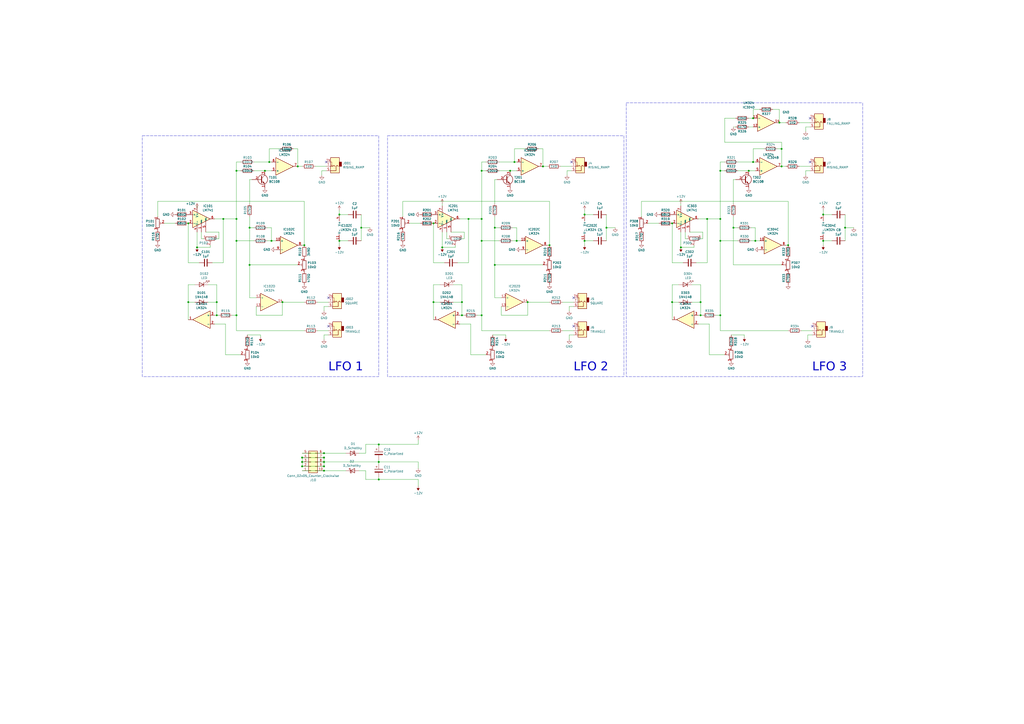
<source format=kicad_sch>
(kicad_sch (version 20231120) (generator "eeschema") (generator_version "8.0")
  (paper "A2")
  (lib_symbols
    (symbol "Amplifier_Operational:LM324" (pin_names (offset 0.127))
      (property "Reference" "U" (at 0 5.08 0))
      (property "Value" "LM324" (at 0 -5.08 0))
      (symbol "LM324_1_1"
        (pin output line (at 7.62 0 180) (length 2.54) (name "~") (number "1"))
        (pin input line (at -7.62 -2.54 0) (length 2.54) (name "-") (number "2"))
        (pin input line (at -7.62 2.54 0) (length 2.54) (name "+") (number "3"))
      )
      (symbol "LM324_2_1"
        (pin input line (at -7.62 2.54 0) (length 2.54) (name "+") (number "5"))
        (pin input line (at -7.62 -2.54 0) (length 2.54) (name "-") (number "6"))
        (pin output line (at 7.62 0 180) (length 2.54) (name "~") (number "7"))
      )
      (symbol "LM324_3_1"
        (pin input line (at -7.62 2.54 0) (length 2.54) (name "+") (number "10"))
        (pin output line (at 7.62 0 180) (length 2.54) (name "~") (number "8"))
        (pin input line (at -7.62 -2.54 0) (length 2.54) (name "-") (number "9"))
      )
      (symbol "LM324_4_1"
        (pin input line (at -7.62 2.54 0) (length 2.54) (name "+") (number "12"))
        (pin input line (at -7.62 -2.54 0) (length 2.54) (name "-") (number "13"))
        (pin output line (at 7.62 0 180) (length 2.54) (name "~") (number "14"))
      )
      (symbol "LM324_5_1"
        (pin power_in line (at -2.54 -7.62 90) (length 3.81) (name "V-") (number "11"))
        (pin power_in line (at -2.54 7.62 270) (length 3.81) (name "V+") (number "4"))
      )
    )
    (symbol "Amplifier_Operational:LM741" (pin_names (offset 0.127))
      (property "Reference" "U" (at 0 6.35 0))
      (property "Value" "LM741" (at 0 3.81 0))
      (symbol "LM741_1_1"
        (pin input line (at 0 -7.62 90) (length 5.08) (name "NULL") (number "1"))
        (pin input line (at -7.62 -2.54 0) (length 2.54) (name "-") (number "2"))
        (pin input line (at -7.62 2.54 0) (length 2.54) (name "+") (number "3"))
        (pin power_in line (at -2.54 -7.62 90) (length 3.81) (name "V-") (number "4"))
        (pin input line (at 2.54 -7.62 90) (length 6.35) (name "NULL") (number "5"))
        (pin output line (at 7.62 0 180) (length 2.54) (name "~") (number "6"))
        (pin power_in line (at -2.54 7.62 270) (length 3.81) (name "V+") (number "7"))
        (pin no_connect line (at 0 2.54 270) (length 2.54) hide (name "NC") (number "8"))
      )
    )
    (symbol "Connector_Audio:AudioJack2_SwitchT"
      (property "Reference" "J" (at 0 8.89 0))
      (property "Value" "AudioJack2_SwitchT" (at 0 6.35 0))
      (symbol "AudioJack2_SwitchT_1_1"
        (pin passive line (at 5.08 2.54 180) (length 2.54) (name "~") (number "S"))
        (pin passive line (at 5.08 0 180) (length 2.54) (name "~") (number "T"))
        (pin passive line (at 5.08 -2.54 180) (length 2.54) (name "~") (number "TN"))
      )
    )
    (symbol "Connector_Generic:Conn_02x05_Counter_Clockwise" (pin_names (offset 1.016) hide)
      (property "Reference" "J" (at 1.27 7.62 0))
      (property "Value" "Conn_02x05_Counter_Clockwise" (at 1.27 -7.62 0))
      (symbol "Conn_02x05_Counter_Clockwise_1_1"
        (pin passive line (at -5.08 5.08 0) (length 3.81) (name "Pin_1") (number "1"))
        (pin passive line (at 7.62 5.08 180) (length 3.81) (name "Pin_10") (number "10"))
        (pin passive line (at -5.08 2.54 0) (length 3.81) (name "Pin_2") (number "2"))
        (pin passive line (at -5.08 0 0) (length 3.81) (name "Pin_3") (number "3"))
        (pin passive line (at -5.08 -2.54 0) (length 3.81) (name "Pin_4") (number "4"))
        (pin passive line (at -5.08 -5.08 0) (length 3.81) (name "Pin_5") (number "5"))
        (pin passive line (at 7.62 -5.08 180) (length 3.81) (name "Pin_6") (number "6"))
        (pin passive line (at 7.62 -2.54 180) (length 3.81) (name "Pin_7") (number "7"))
        (pin passive line (at 7.62 0 180) (length 3.81) (name "Pin_8") (number "8"))
        (pin passive line (at 7.62 2.54 180) (length 3.81) (name "Pin_9") (number "9"))
      )
    )
    (symbol "Device:C" (pin_numbers hide) (pin_names (offset 0.254))
      (property "Reference" "C" (at 0.635 2.54 0))
      (property "Value" "C" (at 0.635 -2.54 0))
      (symbol "C_1_1"
        (pin passive line (at 0 3.81 270) (length 2.794) (name "~") (number "1"))
        (pin passive line (at 0 -3.81 90) (length 2.794) (name "~") (number "2"))
      )
    )
    (symbol "Device:C_Polarized" (pin_numbers hide) (pin_names (offset 0.254))
      (property "Reference" "C" (at 0.635 2.54 0))
      (property "Value" "C_Polarized" (at 0.635 -2.54 0))
      (symbol "C_Polarized_1_1"
        (pin passive line (at 0 3.81 270) (length 2.794) (name "~") (number "1"))
        (pin passive line (at 0 -3.81 90) (length 2.794) (name "~") (number "2"))
      )
    )
    (symbol "Device:D" (pin_numbers hide) (pin_names (offset 1.016) hide)
      (property "Reference" "D" (at 0 2.54 0))
      (property "Value" "D" (at 0 -2.54 0))
      (symbol "D_1_1"
        (pin passive line (at -3.81 0 0) (length 2.54) (name "K") (number "1"))
        (pin passive line (at 3.81 0 180) (length 2.54) (name "A") (number "2"))
      )
    )
    (symbol "Device:D_Schottky" (pin_numbers hide) (pin_names (offset 1.016) hide)
      (property "Reference" "D" (at 0 2.54 0))
      (property "Value" "D_Schottky" (at 0 -2.54 0))
      (symbol "D_Schottky_1_1"
        (pin passive line (at -3.81 0 0) (length 2.54) (name "K") (number "1"))
        (pin passive line (at 3.81 0 180) (length 2.54) (name "A") (number "2"))
      )
    )
    (symbol "Device:LED" (pin_numbers hide) (pin_names (offset 1.016) hide)
      (property "Reference" "D" (at 0 2.54 0))
      (property "Value" "LED" (at 0 -2.54 0))
      (symbol "LED_1_1"
        (pin passive line (at -3.81 0 0) (length 2.54) (name "K") (number "1"))
        (pin passive line (at 3.81 0 180) (length 2.54) (name "A") (number "2"))
      )
    )
    (symbol "Device:R" (pin_numbers hide) (pin_names (offset 0))
      (property "Reference" "R" (at 2.032 0 90))
      (property "Value" "R" (at 0 0 90))
      (symbol "R_1_1"
        (pin passive line (at 0 3.81 270) (length 1.27) (name "~") (number "1"))
        (pin passive line (at 0 -3.81 90) (length 1.27) (name "~") (number "2"))
      )
    )
    (symbol "Device:R_Potentiometer_Trim" (pin_names (offset 1.016) hide)
      (property "Reference" "RV" (at -4.445 0 90))
      (property "Value" "R_Potentiometer_Trim" (at -2.54 0 90))
      (symbol "R_Potentiometer_Trim_1_1"
        (pin passive line (at 0 3.81 270) (length 1.27) (name "1") (number "1"))
        (pin passive line (at 3.81 0 180) (length 1.27) (name "2") (number "2"))
        (pin passive line (at 0 -3.81 90) (length 1.27) (name "3") (number "3"))
      )
    )
    (symbol "Transistor_BJT:BC108" (pin_names (offset 0) hide)
      (property "Reference" "Q" (at 5.08 1.905 0))
      (property "Value" "BC108" (at 5.08 0 0))
      (symbol "BC108_1_1"
        (pin passive line (at 2.54 -5.08 90) (length 2.54) (name "E") (number "1"))
        (pin input line (at -5.08 0 0) (length 5.715) (name "B") (number "2"))
        (pin passive line (at 2.54 5.08 270) (length 2.54) (name "C") (number "3"))
      )
    )
    (symbol "power:+12V" (power) (pin_names (offset 0))
      (property "Value" "+12V" (at 0 3.556 0))
      (symbol "+12V_1_1"
        (pin power_in line (at 0 0 90) (length 0) hide (name "+12V") (number "1"))
      )
    )
    (symbol "power:-12V" (power) (pin_names (offset 0))
      (property "Value" "-12V" (at 0 3.81 0))
      (symbol "-12V_0_0"
        (pin power_in line (at 0 0 90) (length 0) hide (name "-12V") (number "1"))
      )
    )
    (symbol "power:GND" (power) (pin_names (offset 0))
      (property "Value" "GND" (at 0 -3.81 0))
      (symbol "GND_1_1"
        (pin power_in line (at 0 0 270) (length 0) hide (name "GND") (number "1"))
      )
    )
  )
  (junction (at 187.96 270.51))
  (junction (at 339.09 139.7))
  (junction (at 256.54 143.51))
  (junction (at 436.88 68.58))
  (junction (at 187.96 267.97))
  (junction (at 144.78 153.67))
  (junction (at 175.26 267.97))
  (junction (at 271.78 127))
  (junction (at 163.83 175.26))
  (junction (at 156.21 93.98))
  (junction (at 295.91 99.06))
  (junction (at 434.34 99.06))
  (junction (at 187.96 262.89))
  (junction (at 125.73 175.26))
  (junction (at 196.85 139.7))
  (junction (at 109.22 129.54))
  (junction (at 137.16 99.06))
  (junction (at 306.07 175.26))
  (junction (at 457.2 142.24))
  (junction (at 314.96 96.52))
  (junction (at 298.45 93.98))
  (junction (at 425.45 132.08))
  (junction (at 279.4 127))
  (junction (at 129.54 127))
  (junction (at 209.55 132.08))
  (junction (at 153.67 99.06))
  (junction (at 251.46 175.26))
  (junction (at 267.97 182.88))
  (junction (at 452.12 71.12))
  (junction (at 351.79 132.08))
  (junction (at 144.78 132.08))
  (junction (at 137.16 139.7))
  (junction (at 187.96 273.05))
  (junction (at 410.21 127))
  (junction (at 109.22 175.26))
  (junction (at 172.72 96.52))
  (junction (at 453.39 86.36))
  (junction (at 287.02 132.08))
  (junction (at 406.4 182.88))
  (junction (at 417.83 139.7))
  (junction (at 267.97 175.26))
  (junction (at 318.77 142.24))
  (junction (at 417.83 182.88))
  (junction (at 187.96 265.43))
  (junction (at 299.72 139.7))
  (junction (at 436.88 93.98))
  (junction (at 279.4 182.88))
  (junction (at 287.02 153.67))
  (junction (at 438.15 139.7))
  (junction (at 406.4 175.26))
  (junction (at 176.53 142.24))
  (junction (at 219.71 267.97))
  (junction (at 453.39 96.52))
  (junction (at 279.4 99.06))
  (junction (at 490.22 132.08))
  (junction (at 279.4 139.7))
  (junction (at 219.71 278.13))
  (junction (at 339.09 124.46))
  (junction (at 125.73 182.88))
  (junction (at 157.48 139.7))
  (junction (at 417.83 127))
  (junction (at 417.83 99.06))
  (junction (at 175.26 270.51))
  (junction (at 137.16 182.88))
  (junction (at 477.52 139.7))
  (junction (at 114.3 143.51))
  (junction (at 137.16 127))
  (junction (at 389.89 129.54))
  (junction (at 394.97 143.51))
  (junction (at 219.71 257.81))
  (junction (at 175.26 265.43))
  (junction (at 251.46 129.54))
  (junction (at 477.52 124.46))
  (junction (at 196.85 124.46))
  (junction (at 389.89 175.26))
  (no_connect (at 331.47 93.98))
  (no_connect (at 469.9 68.58))
  (no_connect (at 190.5 172.72))
  (no_connect (at 469.9 93.98))
  (no_connect (at 190.5 189.23))
  (no_connect (at 332.74 189.23))
  (no_connect (at 189.23 93.98))
  (no_connect (at 471.17 189.23))
  (no_connect (at 332.74 172.72))
  (wire (pts (xy 175.26 142.24) (xy 176.53 142.24)))
  (wire (pts (xy 114.3 120.65) (xy 114.3 119.38)))
  (wire (pts (xy 287.02 153.67) (xy 287.02 172.72)))
  (wire (pts (xy 477.52 124.46) (xy 482.6 124.46)))
  (wire (pts (xy 389.89 165.1) (xy 389.89 175.26)))
  (wire (pts (xy 420.37 68.58) (xy 426.72 68.58)))
  (wire (pts (xy 273.05 205.74) (xy 273.05 187.96)))
  (wire (pts (xy 116.84 138.43) (xy 116.84 134.62)))
  (wire (pts (xy 209.55 132.08) (xy 209.55 139.7)))
  (wire (pts (xy 434.34 73.66) (xy 436.88 73.66)))
  (wire (pts (xy 389.89 129.54) (xy 389.89 152.4)))
  (wire (pts (xy 407.67 138.43) (xy 407.67 134.62)))
  (wire (pts (xy 331.47 99.06) (xy 328.93 99.06)))
  (wire (pts (xy 434.34 68.58) (xy 436.88 68.58)))
  (wire (pts (xy 436.88 63.5) (xy 440.69 63.5)))
  (wire (pts (xy 397.51 138.43) (xy 397.51 134.62)))
  (wire (pts (xy 279.4 99.06) (xy 281.94 99.06)))
  (wire (pts (xy 187.96 270.51) (xy 187.96 267.97)))
  (wire (pts (xy 417.83 99.06) (xy 417.83 127)))
  (wire (pts (xy 469.9 73.66) (xy 467.36 73.66)))
  (wire (pts (xy 139.7 93.98) (xy 137.16 93.98)))
  (wire (pts (xy 120.65 175.26) (xy 125.73 175.26)))
  (wire (pts (xy 438.15 132.08) (xy 438.15 139.7)))
  (wire (pts (xy 262.89 165.1) (xy 267.97 165.1)))
  (wire (pts (xy 452.12 63.5) (xy 452.12 71.12)))
  (wire (pts (xy 137.16 191.77) (xy 176.53 191.77)))
  (wire (pts (xy 251.46 129.54) (xy 251.46 152.4)))
  (wire (pts (xy 172.72 86.36) (xy 172.72 96.52)))
  (wire (pts (xy 332.74 177.8) (xy 330.2 177.8)))
  (wire (pts (xy 326.39 175.26) (xy 332.74 175.26)))
  (wire (pts (xy 425.45 73.66) (xy 426.72 73.66)))
  (wire (pts (xy 156.21 93.98) (xy 157.48 93.98)))
  (wire (pts (xy 144.78 104.14) (xy 146.05 104.14)))
  (wire (pts (xy 262.89 175.26) (xy 267.97 175.26)))
  (wire (pts (xy 394.97 134.62) (xy 394.97 143.51)))
  (wire (pts (xy 372.11 125.73) (xy 372.11 116.84)))
  (wire (pts (xy 295.91 99.06) (xy 299.72 99.06)))
  (wire (pts (xy 410.21 127) (xy 417.83 127)))
  (wire (pts (xy 436.88 68.58) (xy 436.88 63.5)))
  (wire (pts (xy 184.15 191.77) (xy 190.5 191.77)))
  (wire (pts (xy 306.07 175.26) (xy 318.77 175.26)))
  (wire (pts (xy 417.83 99.06) (xy 420.37 99.06)))
  (wire (pts (xy 356.87 132.08) (xy 351.79 132.08)))
  (wire (pts (xy 401.32 165.1) (xy 406.4 165.1)))
  (wire (pts (xy 477.52 142.24) (xy 477.52 139.7)))
  (wire (pts (xy 109.22 165.1) (xy 109.22 175.26)))
  (wire (pts (xy 251.46 152.4) (xy 257.81 152.4)))
  (wire (pts (xy 129.54 152.4) (xy 129.54 127)))
  (wire (pts (xy 410.21 127) (xy 405.13 127)))
  (wire (pts (xy 182.88 96.52) (xy 189.23 96.52)))
  (wire (pts (xy 402.59 143.51) (xy 394.97 143.51)))
  (wire (pts (xy 143.51 194.31) (xy 151.13 194.31)))
  (wire (pts (xy 287.02 125.73) (xy 287.02 132.08)))
  (wire (pts (xy 477.52 121.92) (xy 477.52 124.46)))
  (wire (pts (xy 212.09 273.05) (xy 212.09 278.13)))
  (wire (pts (xy 157.48 132.08) (xy 157.48 139.7)))
  (wire (pts (xy 187.96 177.8) (xy 187.96 180.34)))
  (wire (pts (xy 125.73 182.88) (xy 127 182.88)))
  (wire (pts (xy 417.83 139.7) (xy 427.99 139.7)))
  (wire (pts (xy 281.94 205.74) (xy 273.05 205.74)))
  (wire (pts (xy 237.49 129.54) (xy 243.84 129.54)))
  (wire (pts (xy 271.78 127) (xy 266.7 127)))
  (wire (pts (xy 463.55 71.12) (xy 469.9 71.12)))
  (wire (pts (xy 212.09 278.13) (xy 219.71 278.13)))
  (wire (pts (xy 328.93 99.06) (xy 328.93 101.6)))
  (wire (pts (xy 389.89 175.26) (xy 389.89 185.42)))
  (wire (pts (xy 314.96 96.52) (xy 317.5 96.52)))
  (wire (pts (xy 339.09 142.24) (xy 339.09 139.7)))
  (wire (pts (xy 148.59 177.8) (xy 148.59 182.88)))
  (wire (pts (xy 435.61 139.7) (xy 438.15 139.7)))
  (wire (pts (xy 431.8 194.31) (xy 431.8 195.58)))
  (wire (pts (xy 147.32 93.98) (xy 156.21 93.98)))
  (wire (pts (xy 401.32 175.26) (xy 406.4 175.26)))
  (wire (pts (xy 109.22 129.54) (xy 109.22 152.4)))
  (wire (pts (xy 425.45 153.67) (xy 453.39 153.67)))
  (wire (pts (xy 427.99 99.06) (xy 434.34 99.06)))
  (wire (pts (xy 406.4 182.88) (xy 405.13 182.88)))
  (wire (pts (xy 256.54 118.11) (xy 256.54 119.38)))
  (wire (pts (xy 424.18 194.31) (xy 431.8 194.31)))
  (wire (pts (xy 265.43 152.4) (xy 271.78 152.4)))
  (wire (pts (xy 125.73 175.26) (xy 125.73 182.88)))
  (wire (pts (xy 170.18 86.36) (xy 172.72 86.36)))
  (wire (pts (xy 219.71 267.97) (xy 242.57 267.97)))
  (wire (pts (xy 394.97 118.11) (xy 394.97 119.38)))
  (wire (pts (xy 436.88 93.98) (xy 438.15 93.98)))
  (wire (pts (xy 175.26 267.97) (xy 187.96 267.97)))
  (wire (pts (xy 125.73 182.88) (xy 124.46 182.88)))
  (wire (pts (xy 267.97 138.43) (xy 269.24 138.43)))
  (wire (pts (xy 495.3 132.08) (xy 490.22 132.08)))
  (wire (pts (xy 127 138.43) (xy 127 134.62)))
  (wire (pts (xy 125.73 138.43) (xy 127 138.43)))
  (wire (pts (xy 264.16 142.24) (xy 264.16 143.51)))
  (wire (pts (xy 477.52 139.7) (xy 482.6 139.7)))
  (wire (pts (xy 453.39 82.55) (xy 453.39 86.36)))
  (wire (pts (xy 398.78 138.43) (xy 397.51 138.43)))
  (wire (pts (xy 306.07 182.88) (xy 306.07 175.26)))
  (wire (pts (xy 144.78 125.73) (xy 144.78 132.08)))
  (wire (pts (xy 326.39 191.77) (xy 332.74 191.77)))
  (wire (pts (xy 242.57 278.13) (xy 242.57 281.94)))
  (wire (pts (xy 163.83 182.88) (xy 163.83 175.26)))
  (wire (pts (xy 130.81 187.96) (xy 124.46 187.96)))
  (wire (pts (xy 176.53 116.84) (xy 176.53 142.24)))
  (wire (pts (xy 425.45 132.08) (xy 427.99 132.08)))
  (wire (pts (xy 467.36 73.66) (xy 467.36 76.2)))
  (wire (pts (xy 279.4 191.77) (xy 318.77 191.77)))
  (wire (pts (xy 287.02 172.72) (xy 290.83 172.72)))
  (wire (pts (xy 434.34 99.06) (xy 438.15 99.06)))
  (wire (pts (xy 251.46 165.1) (xy 251.46 175.26)))
  (wire (pts (xy 425.45 104.14) (xy 425.45 118.11)))
  (wire (pts (xy 393.7 175.26) (xy 389.89 175.26)))
  (wire (pts (xy 212.09 262.89) (xy 212.09 257.81)))
  (wire (pts (xy 436.88 86.36) (xy 436.88 93.98)))
  (wire (pts (xy 184.15 175.26) (xy 190.5 175.26)))
  (wire (pts (xy 139.7 205.74) (xy 130.81 205.74)))
  (wire (pts (xy 389.89 152.4) (xy 396.24 152.4)))
  (wire (pts (xy 267.97 165.1) (xy 267.97 175.26)))
  (wire (pts (xy 153.67 99.06) (xy 157.48 99.06)))
  (wire (pts (xy 267.97 182.88) (xy 269.24 182.88)))
  (wire (pts (xy 375.92 129.54) (xy 382.27 129.54)))
  (wire (pts (xy 420.37 205.74) (xy 411.48 205.74)))
  (wire (pts (xy 420.37 93.98) (xy 417.83 93.98)))
  (wire (pts (xy 127 134.62) (xy 119.38 134.62)))
  (wire (pts (xy 297.18 139.7) (xy 299.72 139.7)))
  (wire (pts (xy 435.61 132.08) (xy 438.15 132.08)))
  (wire (pts (xy 219.71 269.24) (xy 219.71 267.97)))
  (wire (pts (xy 251.46 175.26) (xy 251.46 185.42)))
  (wire (pts (xy 144.78 153.67) (xy 144.78 172.72)))
  (wire (pts (xy 109.22 152.4) (xy 115.57 152.4)))
  (wire (pts (xy 175.26 265.43) (xy 187.96 265.43)))
  (wire (pts (xy 293.37 194.31) (xy 293.37 195.58)))
  (wire (pts (xy 130.81 205.74) (xy 130.81 187.96)))
  (wire (pts (xy 332.74 194.31) (xy 330.2 194.31)))
  (wire (pts (xy 123.19 152.4) (xy 129.54 152.4)))
  (wire (pts (xy 411.48 187.96) (xy 405.13 187.96)))
  (wire (pts (xy 144.78 153.67) (xy 172.72 153.67)))
  (wire (pts (xy 129.54 127) (xy 124.46 127)))
  (wire (pts (xy 233.68 125.73) (xy 233.68 116.84)))
  (wire (pts (xy 290.83 177.8) (xy 290.83 182.88)))
  (wire (pts (xy 121.92 143.51) (xy 114.3 143.51)))
  (wire (pts (xy 351.79 132.08) (xy 351.79 139.7)))
  (wire (pts (xy 314.96 86.36) (xy 314.96 96.52)))
  (wire (pts (xy 298.45 93.98) (xy 299.72 93.98)))
  (wire (pts (xy 134.62 182.88) (xy 137.16 182.88)))
  (wire (pts (xy 273.05 187.96) (xy 266.7 187.96)))
  (wire (pts (xy 450.85 86.36) (xy 453.39 86.36)))
  (wire (pts (xy 144.78 132.08) (xy 147.32 132.08)))
  (wire (pts (xy 219.71 267.97) (xy 187.96 267.97)))
  (wire (pts (xy 189.23 99.06) (xy 186.69 99.06)))
  (wire (pts (xy 219.71 278.13) (xy 242.57 278.13)))
  (wire (pts (xy 208.28 273.05) (xy 212.09 273.05)))
  (wire (pts (xy 279.4 93.98) (xy 279.4 99.06)))
  (wire (pts (xy 287.02 104.14) (xy 287.02 118.11)))
  (wire (pts (xy 417.83 191.77) (xy 417.83 182.88)))
  (wire (pts (xy 219.71 257.81) (xy 242.57 257.81)))
  (wire (pts (xy 187.96 267.97) (xy 187.96 265.43)))
  (wire (pts (xy 163.83 175.26) (xy 176.53 175.26)))
  (wire (pts (xy 351.79 124.46) (xy 351.79 132.08)))
  (wire (pts (xy 415.29 182.88) (xy 417.83 182.88)))
  (wire (pts (xy 425.45 104.14) (xy 426.72 104.14)))
  (wire (pts (xy 175.26 267.97) (xy 175.26 265.43)))
  (wire (pts (xy 298.45 86.36) (xy 298.45 93.98)))
  (wire (pts (xy 125.73 165.1) (xy 125.73 175.26)))
  (wire (pts (xy 438.15 139.7) (xy 440.69 139.7)))
  (wire (pts (xy 287.02 132.08) (xy 289.56 132.08)))
  (wire (pts (xy 154.94 132.08) (xy 157.48 132.08)))
  (wire (pts (xy 372.11 116.84) (xy 457.2 116.84)))
  (wire (pts (xy 463.55 96.52) (xy 469.9 96.52)))
  (wire (pts (xy 455.93 142.24) (xy 457.2 142.24)))
  (wire (pts (xy 330.2 177.8) (xy 330.2 180.34)))
  (wire (pts (xy 312.42 86.36) (xy 314.96 86.36)))
  (wire (pts (xy 276.86 182.88) (xy 279.4 182.88)))
  (wire (pts (xy 137.16 139.7) (xy 147.32 139.7)))
  (wire (pts (xy 154.94 139.7) (xy 157.48 139.7)))
  (wire (pts (xy 452.12 71.12) (xy 455.93 71.12)))
  (wire (pts (xy 279.4 139.7) (xy 289.56 139.7)))
  (wire (pts (xy 471.17 194.31) (xy 468.63 194.31)))
  (wire (pts (xy 172.72 96.52) (xy 175.26 96.52)))
  (wire (pts (xy 156.21 86.36) (xy 156.21 93.98)))
  (wire (pts (xy 113.03 165.1) (xy 109.22 165.1)))
  (wire (pts (xy 260.35 138.43) (xy 259.08 138.43)))
  (wire (pts (xy 137.16 127) (xy 137.16 139.7)))
  (wire (pts (xy 420.37 82.55) (xy 420.37 68.58)))
  (wire (pts (xy 219.71 276.86) (xy 219.71 278.13)))
  (wire (pts (xy 129.54 127) (xy 137.16 127)))
  (wire (pts (xy 196.85 121.92) (xy 196.85 124.46)))
  (wire (pts (xy 453.39 96.52) (xy 455.93 96.52)))
  (wire (pts (xy 285.75 194.31) (xy 293.37 194.31)))
  (wire (pts (xy 453.39 86.36) (xy 453.39 96.52)))
  (wire (pts (xy 196.85 124.46) (xy 201.93 124.46)))
  (wire (pts (xy 406.4 175.26) (xy 406.4 182.88)))
  (wire (pts (xy 299.72 132.08) (xy 299.72 139.7)))
  (wire (pts (xy 464.82 191.77) (xy 471.17 191.77)))
  (wire (pts (xy 137.16 93.98) (xy 137.16 99.06)))
  (wire (pts (xy 443.23 86.36) (xy 436.88 86.36)))
  (wire (pts (xy 287.02 153.67) (xy 314.96 153.67)))
  (wire (pts (xy 109.22 175.26) (xy 109.22 185.42)))
  (wire (pts (xy 411.48 205.74) (xy 411.48 187.96)))
  (wire (pts (xy 279.4 127) (xy 279.4 139.7)))
  (wire (pts (xy 468.63 194.31) (xy 468.63 196.85)))
  (wire (pts (xy 256.54 134.62) (xy 256.54 143.51)))
  (wire (pts (xy 137.16 191.77) (xy 137.16 182.88)))
  (wire (pts (xy 209.55 124.46) (xy 209.55 132.08)))
  (wire (pts (xy 281.94 93.98) (xy 279.4 93.98)))
  (wire (pts (xy 255.27 165.1) (xy 251.46 165.1)))
  (wire (pts (xy 271.78 127) (xy 279.4 127)))
  (wire (pts (xy 151.13 194.31) (xy 151.13 195.58)))
  (wire (pts (xy 162.56 86.36) (xy 156.21 86.36)))
  (wire (pts (xy 271.78 152.4) (xy 271.78 127)))
  (wire (pts (xy 402.59 142.24) (xy 402.59 143.51)))
  (wire (pts (xy 233.68 116.84) (xy 318.77 116.84)))
  (wire (pts (xy 425.45 132.08) (xy 425.45 153.67)))
  (wire (pts (xy 121.92 142.24) (xy 121.92 143.51)))
  (wire (pts (xy 339.09 124.46) (xy 344.17 124.46)))
  (wire (pts (xy 259.08 138.43) (xy 259.08 134.62)))
  (wire (pts (xy 113.03 175.26) (xy 109.22 175.26)))
  (wire (pts (xy 120.65 165.1) (xy 125.73 165.1)))
  (wire (pts (xy 297.18 132.08) (xy 299.72 132.08)))
  (wire (pts (xy 339.09 139.7) (xy 344.17 139.7)))
  (wire (pts (xy 219.71 259.08) (xy 219.71 257.81)))
  (wire (pts (xy 212.09 257.81) (xy 219.71 257.81)))
  (wire (pts (xy 304.8 86.36) (xy 298.45 86.36)))
  (wire (pts (xy 318.77 116.84) (xy 318.77 142.24)))
  (wire (pts (xy 406.4 182.88) (xy 407.67 182.88)))
  (wire (pts (xy 325.12 96.52) (xy 331.47 96.52)))
  (wire (pts (xy 175.26 273.05) (xy 187.96 273.05)))
  (wire (pts (xy 187.96 273.05) (xy 200.66 273.05)))
  (wire (pts (xy 137.16 99.06) (xy 137.16 127)))
  (wire (pts (xy 267.97 182.88) (xy 266.7 182.88)))
  (wire (pts (xy 219.71 266.7) (xy 219.71 267.97)))
  (wire (pts (xy 393.7 165.1) (xy 389.89 165.1)))
  (wire (pts (xy 187.96 262.89) (xy 200.66 262.89)))
  (wire (pts (xy 490.22 124.46) (xy 490.22 132.08)))
  (wire (pts (xy 175.26 262.89) (xy 187.96 262.89)))
  (wire (pts (xy 287.02 132.08) (xy 287.02 153.67)))
  (wire (pts (xy 469.9 99.06) (xy 467.36 99.06)))
  (wire (pts (xy 403.86 152.4) (xy 410.21 152.4)))
  (wire (pts (xy 148.59 182.88) (xy 163.83 182.88)))
  (wire (pts (xy 279.4 99.06) (xy 279.4 127)))
  (wire (pts (xy 214.63 132.08) (xy 209.55 132.08)))
  (wire (pts (xy 267.97 175.26) (xy 267.97 182.88)))
  (wire (pts (xy 289.56 99.06) (xy 295.91 99.06)))
  (wire (pts (xy 490.22 132.08) (xy 490.22 139.7)))
  (wire (pts (xy 137.16 139.7) (xy 137.16 182.88)))
  (wire (pts (xy 242.57 267.97) (xy 242.57 271.78)))
  (wire (pts (xy 269.24 134.62) (xy 261.62 134.62)))
  (wire (pts (xy 420.37 82.55) (xy 453.39 82.55)))
  (wire (pts (xy 410.21 152.4) (xy 410.21 127)))
  (wire (pts (xy 144.78 104.14) (xy 144.78 118.11)))
  (wire (pts (xy 279.4 191.77) (xy 279.4 182.88)))
  (wire (pts (xy 242.57 255.27) (xy 242.57 257.81)))
  (wire (pts (xy 196.85 142.24) (xy 196.85 139.7)))
  (wire (pts (xy 417.83 127) (xy 417.83 139.7)))
  (wire (pts (xy 144.78 132.08) (xy 144.78 153.67)))
  (wire (pts (xy 407.67 134.62) (xy 400.05 134.62)))
  (wire (pts (xy 175.26 270.51) (xy 187.96 270.51)))
  (wire (pts (xy 427.99 93.98) (xy 436.88 93.98)))
  (wire (pts (xy 330.2 194.31) (xy 330.2 196.85)))
  (wire (pts (xy 406.4 138.43) (xy 407.67 138.43)))
  (wire (pts (xy 91.44 116.84) (xy 176.53 116.84)))
  (wire (pts (xy 299.72 139.7) (xy 302.26 139.7)))
  (wire (pts (xy 114.3 134.62) (xy 114.3 143.51)))
  (wire (pts (xy 118.11 138.43) (xy 116.84 138.43)))
  (wire (pts (xy 137.16 99.06) (xy 139.7 99.06)))
  (wire (pts (xy 339.09 121.92) (xy 339.09 124.46)))
  (wire (pts (xy 187.96 194.31) (xy 187.96 196.85)))
  (wire (pts (xy 157.48 139.7) (xy 160.02 139.7)))
  (wire (pts (xy 190.5 177.8) (xy 187.96 177.8)))
  (wire (pts (xy 186.69 99.06) (xy 186.69 101.6)))
  (wire (pts (xy 91.44 125.73) (xy 91.44 116.84)))
  (wire (pts (xy 196.85 139.7) (xy 201.93 139.7)))
  (wire (pts (xy 406.4 165.1) (xy 406.4 175.26)))
  (wire (pts (xy 290.83 182.88) (xy 306.07 182.88)))
  (wire (pts (xy 208.28 262.89) (xy 212.09 262.89)))
  (wire (pts (xy 425.45 125.73) (xy 425.45 132.08)))
  (wire (pts (xy 417.83 93.98) (xy 417.83 99.06)))
  (wire (pts (xy 255.27 175.26) (xy 251.46 175.26)))
  (wire (pts (xy 287.02 104.14) (xy 288.29 104.14)))
  (wire (pts (xy 264.16 143.51) (xy 256.54 143.51)))
  (wire (pts (xy 95.25 129.54) (xy 101.6 129.54)))
  (wire (pts (xy 144.78 172.72) (xy 148.59 172.72)))
  (wire (pts (xy 175.26 270.51) (xy 175.26 267.97)))
  (wire (pts (xy 289.56 93.98) (xy 298.45 93.98)))
  (wire (pts (xy 457.2 116.84) (xy 457.2 142.24)))
  (wire (pts (xy 317.5 142.24) (xy 318.77 142.24)))
  (wire (pts (xy 190.5 194.31) (xy 187.96 194.31)))
  (wire (pts (xy 147.32 99.06) (xy 153.67 99.06)))
  (wire (pts (xy 417.83 139.7) (xy 417.83 182.88)))
  (wire (pts (xy 269.24 138.43) (xy 269.24 134.62)))
  (wire (pts (xy 467.36 99.06) (xy 467.36 101.6)))
  (wire (pts (xy 279.4 139.7) (xy 279.4 182.88)))
  (wire (pts (xy 448.31 63.5) (xy 452.12 63.5)))
  (wire (pts (xy 417.83 191.77) (xy 457.2 191.77)))
  (rectangle (start 363.22 59.69) (end 500.38 218.44) (stroke (width 0) (type dash)))
  (rectangle (start 82.55 78.74) (end 219.71 218.44) (stroke (width 0) (type dash)))
  (rectangle (start 224.79 78.74) (end 361.95 218.44) (stroke (width 0) (type dash)))
  (text "LFO 2" (at 332.74 217.17 0) (effects (font (size 5 5)) (justify left bottom)))
  (text "LFO 1\n" (at 190.5 217.17 0) (effects (font (size 5 5)) (justify left bottom)))
  (text "LFO 3\n" (at 471.17 217.17 0) (effects (font (size 5 5)) (justify left bottom)))
  (symbol (lib_id "power:GND") (at 372.11 140.97 0) (mirror y) (unit 1)
    (property "Reference" "#PWR037" (effects (hide yes)))
    (property "Value" "GND" (at 372.11 145.1031 0))
  )
  (symbol (lib_id "power:+12V") (at 242.57 255.27 0) (mirror y) (unit 1)
    (property "Reference" "#PWR049" (effects (hide yes)))
    (property "Value" "+12V" (at 242.57 251.1369 0))
  )
  (symbol (lib_id "power:GND") (at 467.36 76.2 0) (mirror y) (unit 1)
    (property "Reference" "#PWR042" (effects (hide yes)))
    (property "Value" "GND" (at 467.36 80.3331 0))
  )
  (symbol (lib_id "Device:D") (at 259.08 175.26 180) (unit 1)
    (property "Reference" "D202" (at 259.08 169.8457 0))
    (property "Value" "1N4148" (at 259.08 172.2699 0))
    (property "Sim.Device" "D" (effects (hide yes)))
    (property "Sim.Pins" "1=K 2=A" (effects (hide yes)))
  )
  (symbol (lib_id "Device:R_Potentiometer_Trim") (at 121.92 138.43 90) (mirror x) (unit 1)
    (property "Reference" "P102" (at 115.57 140.97 90) (effects (justify right)))
    (property "Value" "10kΩ" (at 120.65 138.43 90) (effects (justify right)))
  )
  (symbol (lib_id "power:GND") (at 457.2 165.1 0) (mirror y) (unit 1)
    (property "Reference" "#PWR041" (effects (hide yes)))
    (property "Value" "GND" (at 455.93 65.0931 0))
  )
  (symbol (lib_id "Device:R") (at 461.01 191.77 90) (unit 1)
    (property "Reference" "R334" (at 461.01 189.23 90))
    (property "Value" "1kΩ" (at 461.01 191.77 90))
    (property "Footprint" "Clacktronics:R_0603_1608Metric" (effects (hide yes)))
  )
  (symbol (lib_id "power:GND") (at 424.18 209.55 0) (mirror y) (unit 1)
    (property "Reference" "#PWR045" (effects (hide yes)))
    (property "Value" "GND" (at 424.18 213.6831 0))
  )
  (symbol (lib_id "Connector_Audio:AudioJack2_SwitchT") (at 337.82 191.77 180) (unit 1)
    (property "Reference" "J6" (at 342.392 189.9229 0) (effects (justify right)))
    (property "Value" "TRIANGLE" (at 342.392 192.3471 0) (effects (justify right)))
    (property "Footprint" "AudioJacks:Jack_3.5mm_QingPu_WQP-PJ366ST_Vertical" (effects (hide yes)))
  )
  (symbol (lib_id "Device:R") (at 425.45 121.92 180) (unit 1)
    (property "Reference" "R323" (at 422.91 121.92 90))
    (property "Value" "47kΩ" (at 425.45 121.92 90))
    (property "Footprint" "Clacktronics:R_0603_1608Metric" (effects (hide yes)))
  )
  (symbol (lib_id "power:GND") (at 330.2 196.85 0) (mirror y) (unit 1)
    (property "Reference" "#PWR029" (effects (hide yes)))
    (property "Value" "GND" (at 330.2 200.9831 0))
  )
  (symbol (lib_id "Device:R") (at 287.02 121.92 180) (unit 1)
    (property "Reference" "R205" (at 284.48 121.92 90))
    (property "Value" "47kΩ" (at 287.02 121.92 90))
    (property "Footprint" "Clacktronics:R_0603_1608Metric" (effects (hide yes)))
  )
  (symbol (lib_id "power:GND") (at 233.68 140.97 0) (mirror y) (unit 1)
    (property "Reference" "#PWR022" (effects (hide yes)))
    (property "Value" "GND" (at 233.68 145.1031 0))
  )
  (symbol (lib_id "Connector_Audio:AudioJack2_SwitchT") (at 336.55 96.52 180) (unit 1)
    (property "Reference" "J4" (at 341.122 94.6729 0) (effects (justify right)))
    (property "Value" "RISING_RAMP" (at 341.122 97.0971 0) (effects (justify right)))
    (property "Footprint" "AudioJacks:Jack_3.5mm_QingPu_WQP-PJ366ST_Vertical" (effects (hide yes)))
  )
  (symbol (lib_id "Device:R") (at 411.48 182.88 90) (unit 1)
    (property "Reference" "R335" (at 411.48 180.34 90))
    (property "Value" "470Ω" (at 411.48 182.88 90))
    (property "Footprint" "Clacktronics:R_0603_1608Metric" (effects (hide yes)))
  )
  (symbol (lib_id "Device:R") (at 285.75 93.98 90) (unit 1)
    (property "Reference" "R203" (at 285.75 91.44 90))
    (property "Value" "100kΩ" (at 285.75 93.98 90))
    (property "Footprint" "Clacktronics:R_0603_1608Metric" (effects (hide yes)))
  )
  (symbol (lib_id "Device:C") (at 347.98 124.46 90) (unit 1)
    (property "Reference" "C4" (at 347.98 118.1567 90))
    (property "Value" "1μF" (at 347.98 120.5809 90))
    (property "Footprint" "Clacktronics:C_0805_2012Metric" (effects (hide yes)))
  )
  (symbol (lib_id "power:GND") (at 214.63 132.08 0) (mirror y) (unit 1)
    (property "Reference" "#PWR015" (effects (hide yes)))
    (property "Value" "GND" (at 214.63 136.2131 0))
  )
  (symbol (lib_id "Device:C") (at 205.74 139.7 90) (unit 1)
    (property "Reference" "C3" (at 205.74 133.3967 90))
    (property "Value" "1μF" (at 205.74 135.8209 90))
    (property "Footprint" "Clacktronics:C_0805_2012Metric" (effects (hide yes)))
  )
  (symbol (lib_id "Device:R_Potentiometer_Trim") (at 372.11 129.54 0) (unit 1)
    (property "Reference" "P308" (at 370.3321 128.3279 0) (effects (justify right)))
    (property "Value" "10kΩ" (at 370.3321 130.7521 0) (effects (justify right)))
  )
  (symbol (lib_id "power:GND") (at 101.6 124.46 270) (mirror x) (unit 1)
    (property "Reference" "#PWR07" (effects (hide yes)))
    (property "Value" "GND" (at 98.4251 124.46 90) (effects (justify right)))
  )
  (symbol (lib_id "Device:R") (at 424.18 99.06 90) (unit 1)
    (property "Reference" "R322" (at 424.18 96.52 90))
    (property "Value" "100kΩ" (at 424.18 99.06 90))
    (property "Footprint" "Clacktronics:R_0603_1608Metric" (effects (hide yes)))
  )
  (symbol (lib_id "Transistor_BJT:BC108") (at 151.13 104.14 0) (unit 1)
    (property "Reference" "T101" (at 155.9814 102.9279 0) (effects (justify left)))
    (property "Value" "BC108" (at 155.9814 105.3521 0) (effects (justify left)))
    (property "Datasheet" "http://www.b-kainka.de/Daten/Transistor/BC108.pdf" (effects (hide yes)))
  )
  (symbol (lib_id "Device:C_Polarized") (at 219.71 273.05 0) (unit 1)
    (property "Reference" "C11" (at 222.631 270.9489 0) (effects (justify left)))
    (property "Value" "C_Polarized" (at 222.631 273.3731 0) (effects (justify left)))
  )
  (symbol (lib_id "Device:R") (at 285.75 99.06 90) (unit 1)
    (property "Reference" "R204" (at 285.75 96.52 90))
    (property "Value" "100kΩ" (at 285.75 99.06 90))
    (property "Footprint" "Clacktronics:R_0603_1608Metric" (effects (hide yes)))
  )
  (symbol (lib_id "Transistor_BJT:BC108") (at 431.8 104.14 0) (unit 1)
    (property "Reference" "T302" (at 436.6514 102.9279 0) (effects (justify left)))
    (property "Value" "BC108" (at 436.6514 105.3521 0) (effects (justify left)))
    (property "Datasheet" "http://www.b-kainka.de/Daten/Transistor/BC108.pdf" (effects (hide yes)))
  )
  (symbol (lib_id "power:GND") (at 495.3 132.08 0) (mirror y) (unit 1)
    (property "Reference" "#PWR036" (effects (hide yes)))
    (property "Value" "GND" (at 495.3 136.2131 0))
  )
  (symbol (lib_id "Device:R") (at 143.51 99.06 90) (unit 1)
    (property "Reference" "R104" (at 143.51 96.52 90))
    (property "Value" "100kΩ" (at 143.51 99.06 90))
    (property "Footprint" "Clacktronics:R_0603_1608Metric" (effects (hide yes)))
  )
  (symbol (lib_id "Device:C") (at 205.74 124.46 90) (unit 1)
    (property "Reference" "C2" (at 205.74 118.1567 90))
    (property "Value" "1μF" (at 205.74 120.5809 90))
    (property "Footprint" "Clacktronics:C_0805_2012Metric" (effects (hide yes)))
  )
  (symbol (lib_id "power:-12V") (at 151.13 195.58 180) (unit 1)
    (property "Reference" "#PWR08" (effects (hide yes)))
    (property "Value" "-12V" (at 151.13 199.7131 0))
  )
  (symbol (lib_id "Device:R") (at 322.58 191.77 90) (unit 1)
    (property "Reference" "R213" (at 322.58 189.23 90))
    (property "Value" "1kΩ" (at 322.58 191.77 90))
    (property "Footprint" "Clacktronics:R_0603_1608Metric" (effects (hide yes)))
  )
  (symbol (lib_id "Device:R_Potentiometer_Trim") (at 176.53 153.67 0) (mirror y) (unit 1)
    (property "Reference" "P103" (at 178.308 152.4579 0) (effects (justify right)))
    (property "Value" "10kΩ" (at 178.308 154.8821 0) (effects (justify right)))
  )
  (symbol (lib_id "power:-12V") (at 339.09 142.24 180) (unit 1)
    (property "Reference" "#PWR023" (effects (hide yes)))
    (property "Value" "-12V" (at 339.09 146.3731 0))
  )
  (symbol (lib_id "Device:R") (at 166.37 86.36 90) (unit 1)
    (property "Reference" "R106" (at 166.37 83.82 90))
    (property "Value" "100kΩ" (at 166.37 86.36 90))
    (property "Footprint" "Clacktronics:R_0603_1608Metric" (effects (hide yes)))
  )
  (symbol (lib_id "power:-12V") (at 394.97 143.51 180) (unit 1)
    (property "Reference" "#PWR039" (effects (hide yes)))
    (property "Value" "-12V" (at 394.97 147.6431 0))
  )
  (symbol (lib_id "power:-12V") (at 114.3 143.51 180) (unit 1)
    (property "Reference" "#PWR05" (effects (hide yes)))
    (property "Value" "-12V" (at 114.3 147.6431 0))
  )
  (symbol (lib_id "Device:R") (at 424.18 198.12 0) (unit 1)
    (property "Reference" "R318" (at 426.72 198.12 90))
    (property "Value" "22kΩ" (at 424.18 198.12 90))
    (property "Footprint" "Clacktronics:R_0603_1608Metric" (effects (hide yes)))
  )
  (symbol (lib_id "Connector_Audio:AudioJack2_SwitchT") (at 476.25 191.77 180) (unit 1)
    (property "Reference" "J9" (at 480.822 189.9229 0) (effects (justify right)))
    (property "Value" "TRIANGLE" (at 480.822 192.3471 0) (effects (justify right)))
    (property "Footprint" "AudioJacks:Jack_3.5mm_QingPu_WQP-PJ366ST_Vertical" (effects (hide yes)))
  )
  (symbol (lib_id "power:GND") (at 153.67 109.22 0) (mirror y) (unit 1)
    (property "Reference" "#PWR010" (effects (hide yes)))
    (property "Value" "GND" (at 153.67 113.3531 0))
  )
  (symbol (lib_id "Device:R") (at 151.13 132.08 90) (unit 1)
    (property "Reference" "R109" (at 151.13 129.54 90))
    (property "Value" "100kΩ" (at 151.13 132.08 90))
    (property "Footprint" "Clacktronics:R_0603_1608Metric" (effects (hide yes)))
  )
  (symbol (lib_id "Device:R") (at 386.08 129.54 90) (unit 1)
    (property "Reference" "R319" (at 386.08 127 90))
    (property "Value" "68kΩ" (at 386.08 129.54 90))
    (property "Footprint" "Clacktronics:R_0603_1608Metric" (effects (hide yes)))
  )
  (symbol (lib_id "power:GND") (at 440.69 144.78 270) (mirror x) (unit 1)
    (property "Reference" "#PWR040" (effects (hide yes)))
    (property "Value" "GND" (at 437.5151 144.78 90) (effects (justify right)))
  )
  (symbol (lib_id "Device:C") (at 347.98 139.7 90) (unit 1)
    (property "Reference" "C5" (at 347.98 133.3967 90))
    (property "Value" "1μF" (at 347.98 135.8209 90))
    (property "Footprint" "Clacktronics:C_0805_2012Metric" (effects (hide yes)))
  )
  (symbol (lib_id "power:GND") (at 467.36 101.6 0) (mirror y) (unit 1)
    (property "Reference" "#PWR031" (effects (hide yes)))
    (property "Value" "GND" (at 467.36 105.7331 0))
  )
  (symbol (lib_id "power:GND") (at 242.57 271.78 0) (mirror y) (unit 1)
    (property "Reference" "#PWR047" (effects (hide yes)))
    (property "Value" "GND" (at 242.57 275.9131 0))
  )
  (symbol (lib_id "Amplifier_Operational:LM324") (at 307.34 96.52 0) (mirror x) (unit 2)
    (property "Reference" "IC202" (at 307.34 87.2957 0))
    (property "Value" "LM324" (at 307.34 89.7199 0))
    (property "Footprint" "Package_SO:SOIC-14_3.9x8.7mm_P1.27mm" (effects (hide yes)))
    (property "Datasheet" "http://www.ti.com/lit/ds/symlink/lm2902-n.pdf" (effects (hide yes)))
  )
  (symbol (lib_id "Device:R") (at 247.65 129.54 90) (unit 1)
    (property "Reference" "R202" (at 247.65 127 90))
    (property "Value" "68kΩ" (at 247.65 129.54 90))
    (property "Footprint" "Clacktronics:R_0603_1608Metric" (effects (hide yes)))
  )
  (symbol (lib_id "Connector_Audio:AudioJack2_SwitchT") (at 474.98 71.12 180) (unit 1)
    (property "Reference" "J8" (at 479.552 69.2729 0) (effects (justify right)))
    (property "Value" "FALLING_RAMP" (at 479.552 71.6971 0) (effects (justify right)))
    (property "Footprint" "AudioJacks:Jack_3.5mm_QingPu_WQP-PJ366ST_Vertical" (effects (hide yes)))
  )
  (symbol (lib_id "power:GND") (at 434.34 109.22 0) (mirror y) (unit 1)
    (property "Reference" "#PWR032" (effects (hide yes)))
    (property "Value" "GND" (at 434.34 113.3531 0))
  )
  (symbol (lib_id "Amplifier_Operational:LM324") (at 199.39 132.08 0) (unit 5)
    (property "Reference" "IC102" (at 197.485 130.8679 0) (effects (justify left)))
    (property "Value" "LM324" (at 197.485 133.2921 0) (effects (justify left)))
    (property "Footprint" "Package_SO:SOIC-14_3.9x8.7mm_P1.27mm" (effects (hide yes)))
    (property "Datasheet" "http://www.ti.com/lit/ds/symlink/lm2902-n.pdf" (effects (hide yes)))
  )
  (symbol (lib_id "Device:R") (at 431.8 139.7 90) (unit 1)
    (property "Reference" "R330" (at 431.8 137.16 90))
    (property "Value" "100kΩ" (at 431.8 139.7 90))
    (property "Footprint" "Clacktronics:R_0603_1608Metric" (effects (hide yes)))
  )
  (symbol (lib_id "Transistor_BJT:BC108") (at 293.37 104.14 0) (unit 1)
    (property "Reference" "T201" (at 298.2214 102.9279 0) (effects (justify left)))
    (property "Value" "BC108" (at 298.2214 105.3521 0) (effects (justify left)))
    (property "Datasheet" "http://www.b-kainka.de/Daten/Transistor/BC108.pdf" (effects (hide yes)))
  )
  (symbol (lib_id "Device:R") (at 318.77 146.05 180) (unit 1)
    (property "Reference" "R210" (at 316.23 146.05 90))
    (property "Value" "3k9Ω" (at 318.77 146.05 90))
    (property "Footprint" "Clacktronics:R_0603_1608Metric" (effects (hide yes)))
  )
  (symbol (lib_id "Device:C") (at 486.41 124.46 90) (unit 1)
    (property "Reference" "C7" (at 486.41 118.1567 90))
    (property "Value" "1μF" (at 486.41 120.5809 90))
    (property "Footprint" "Clacktronics:C_0805_2012Metric" (effects (hide yes)))
  )
  (symbol (lib_id "Device:D") (at 397.51 175.26 180) (unit 1)
    (property "Reference" "D303" (at 397.51 169.8457 0))
    (property "Value" "1N4148" (at 397.51 172.2699 0))
    (property "Sim.Device" "D" (effects (hide yes)))
    (property "Sim.Pins" "1=K 2=A" (effects (hide yes)))
  )
  (symbol (lib_id "Device:R_Potentiometer_Trim") (at 264.16 138.43 90) (mirror x) (unit 1)
    (property "Reference" "P202" (at 257.81 140.97 90) (effects (justify right)))
    (property "Value" "10kΩ" (at 262.89 138.43 90) (effects (justify right)))
  )
  (symbol (lib_id "power:-12V") (at 242.57 281.94 180) (unit 1)
    (property "Reference" "#PWR048" (effects (hide yes)))
    (property "Value" "-12V" (at 242.57 286.0731 0))
  )
  (symbol (lib_id "Device:C_Polarized") (at 219.71 262.89 0) (unit 1)
    (property "Reference" "C10" (at 222.631 260.7889 0) (effects (justify left)))
    (property "Value" "C_Polarized" (at 222.631 263.2131 0) (effects (justify left)))
  )
  (symbol (lib_id "power:GND") (at 186.69 101.6 0) (mirror y) (unit 1)
    (property "Reference" "#PWR011" (effects (hide yes)))
    (property "Value" "GND" (at 186.69 105.7331 0))
  )
  (symbol (lib_id "Amplifier_Operational:LM324") (at 397.51 185.42 0) (mirror y) (unit 1)
    (property "Reference" "IC304" (at 397.51 176.1957 0))
    (property "Value" "LM324" (at 397.51 178.6199 0))
    (property "Footprint" "Package_SO:SOIC-14_3.9x8.7mm_P1.27mm" (effects (hide yes)))
    (property "Datasheet" "http://www.ti.com/lit/ds/symlink/lm2902-n.pdf" (effects (hide yes)))
  )
  (symbol (lib_id "Device:R_Potentiometer_Trim") (at 424.18 205.74 0) (mirror y) (unit 1)
    (property "Reference" "P306" (at 425.958 204.5279 0) (effects (justify right)))
    (property "Value" "10kΩ" (at 425.958 206.9521 0) (effects (justify right)))
  )
  (symbol (lib_id "Device:R") (at 143.51 198.12 0) (unit 1)
    (property "Reference" "R114" (at 146.05 198.12 90))
    (property "Value" "22kΩ" (at 143.51 198.12 90))
    (property "Footprint" "Clacktronics:R_0603_1608Metric" (effects (hide yes)))
  )
  (symbol (lib_id "Amplifier_Operational:LM741") (at 259.08 127 0) (unit 1)
    (property "Reference" "IC201" (at 262.89 119.4958 0))
    (property "Value" "LM741" (at 262.89 121.92 0))
    (property "Footprint" "Package_SO:SOIC-8_3.9x4.9mm_P1.27mm" (effects (hide yes)))
    (property "Datasheet" "http://www.ti.com/lit/ds/symlink/lm741.pdf" (effects (hide yes)))
  )
  (symbol (lib_id "power:+12V") (at 339.09 121.92 0) (mirror y) (unit 1)
    (property "Reference" "#PWR019" (effects (hide yes)))
    (property "Value" "+12V" (at 339.09 117.7869 0))
  )
  (symbol (lib_id "Amplifier_Operational:LM324") (at 165.1 96.52 0) (mirror x) (unit 2)
    (property "Reference" "IC102" (at 165.1 87.2957 0))
    (property "Value" "LM324" (at 165.1 89.7199 0))
    (property "Footprint" "Package_SO:SOIC-14_3.9x8.7mm_P1.27mm" (effects (hide yes)))
    (property "Datasheet" "http://www.ti.com/lit/ds/symlink/lm2902-n.pdf" (effects (hide yes)))
  )
  (symbol (lib_id "Amplifier_Operational:LM324") (at 341.63 132.08 0) (unit 5)
    (property "Reference" "IC202" (at 339.725 130.8679 0) (effects (justify left)))
    (property "Value" "LM324" (at 339.725 133.2921 0) (effects (justify left)))
    (property "Footprint" "Package_SO:SOIC-14_3.9x8.7mm_P1.27mm" (effects (hide yes)))
    (property "Datasheet" "http://www.ti.com/lit/ds/symlink/lm2902-n.pdf" (effects (hide yes)))
  )
  (symbol (lib_id "Device:R_Potentiometer_Trim") (at 91.44 129.54 0) (unit 1)
    (property "Reference" "P101" (at 89.6621 128.3279 0) (effects (justify right)))
    (property "Value" "10kΩ" (at 89.6621 130.7521 0) (effects (justify right)))
  )
  (symbol (lib_id "Device:R") (at 179.07 96.52 90) (unit 1)
    (property "Reference" "R107" (at 179.07 93.98 90))
    (property "Value" "1kΩ" (at 179.07 96.52 90))
    (property "Footprint" "Clacktronics:R_0603_1608Metric" (effects (hide yes)))
  )
  (symbol (lib_id "Amplifier_Operational:LM324") (at 167.64 142.24 0) (unit 3)
    (property "Reference" "IC102" (at 167.64 133.0157 0))
    (property "Value" "LM324" (at 167.64 135.4399 0))
    (property "Footprint" "Package_SO:SOIC-14_3.9x8.7mm_P1.27mm" (effects (hide yes)))
    (property "Datasheet" "http://www.ti.com/lit/ds/symlink/lm2902-n.pdf" (effects (hide yes)))
  )
  (symbol (lib_id "Amplifier_Operational:LM324") (at 444.5 71.12 0) (mirror x) (unit 4)
    (property "Reference" "IC304" (at 434.34 62.23 0))
    (property "Value" "LM324" (at 434.34 59.69 0))
    (property "Footprint" "Package_SO:SOIC-14_3.9x8.7mm_P1.27mm" (effects (hide yes)))
    (property "Datasheet" "http://www.ti.com/lit/ds/symlink/lm2902-n.pdf" (effects (hide yes)))
  )
  (symbol (lib_id "power:-12V") (at 477.52 142.24 180) (unit 1)
    (property "Reference" "#PWR038" (effects (hide yes)))
    (property "Value" "-12V" (at 477.52 146.3731 0))
  )
  (symbol (lib_id "Connector_Audio:AudioJack2_SwitchT") (at 195.58 175.26 180) (unit 1)
    (property "Reference" "J002" (at 200.152 173.4129 0) (effects (justify right)))
    (property "Value" "SQUARE" (at 200.152 175.8371 0) (effects (justify right)))
    (property "Footprint" "AudioJacks:Jack_3.5mm_QingPu_WQP-PJ366ST_Vertical" (effects (hide yes)))
  )
  (symbol (lib_id "Device:R") (at 459.74 96.52 90) (unit 1)
    (property "Reference" "R329" (at 459.74 93.98 90))
    (property "Value" "1kΩ" (at 459.74 96.52 90))
    (property "Footprint" "Clacktronics:R_0603_1608Metric" (effects (hide yes)))
  )
  (symbol (lib_id "Device:R") (at 447.04 86.36 90) (unit 1)
    (property "Reference" "R324" (at 447.04 83.82 90))
    (property "Value" "100kΩ" (at 447.04 86.36 90))
    (property "Footprint" "Clacktronics:R_0603_1608Metric" (effects (hide yes)))
  )
  (symbol (lib_id "Device:R") (at 430.53 73.66 90) (mirror x) (unit 1)
    (property "Reference" "R326" (at 430.53 76.2 90))
    (property "Value" "4k7Ω" (at 430.53 73.66 90))
    (property "Footprint" "Clacktronics:R_0603_1608Metric" (effects (hide yes)))
  )
  (symbol (lib_id "Connector_Audio:AudioJack2_SwitchT") (at 474.98 96.52 180) (unit 1)
    (property "Reference" "J7" (at 479.552 94.6729 0) (effects (justify right)))
    (property "Value" "RISING_RAMP" (at 479.552 97.0971 0) (effects (justify right)))
    (property "Footprint" "AudioJacks:Jack_3.5mm_QingPu_WQP-PJ366ST_Vertical" (effects (hide yes)))
  )
  (symbol (lib_id "power:GND") (at 330.2 180.34 0) (mirror y) (unit 1)
    (property "Reference" "#PWR027" (effects (hide yes)))
    (property "Value" "GND" (at 330.2 184.4731 0))
  )
  (symbol (lib_id "Device:R_Potentiometer_Trim") (at 143.51 205.74 0) (mirror y) (unit 1)
    (property "Reference" "P104" (at 145.288 204.5279 0) (effects (justify right)))
    (property "Value" "10kΩ" (at 145.288 206.9521 0) (effects (justify right)))
  )
  (symbol (lib_id "Connector_Generic:Conn_02x05_Counter_Clockwise") (at 180.34 267.97 0) (mirror x) (unit 1)
    (property "Reference" "J10" (at 181.61 278.4643 0))
    (property "Value" "Conn_02x05_Counter_Clockwise" (at 181.61 276.0401 0))
    (property "Footprint" "Connector_IDC:IDC-Header_2x05_P2.54mm_Vertical" (effects (hide yes)))
  )
  (symbol (lib_id "Amplifier_Operational:LM324") (at 309.88 142.24 0) (unit 3)
    (property "Reference" "IC202" (at 309.88 133.0157 0))
    (property "Value" "LM324" (at 309.88 135.4399 0))
    (property "Footprint" "Package_SO:SOIC-14_3.9x8.7mm_P1.27mm" (effects (hide yes)))
    (property "Datasheet" "http://www.ti.com/lit/ds/symlink/lm2902-n.pdf" (effects (hide yes)))
  )
  (symbol (lib_id "Device:R") (at 459.74 71.12 90) (unit 1)
    (property "Reference" "R328" (at 459.74 68.58 90))
    (property "Value" "1kΩ" (at 459.74 71.12 90))
    (property "Footprint" "Clacktronics:R_0603_1608Metric" (effects (hide yes)))
  )
  (symbol (lib_id "Amplifier_Operational:LM324") (at 116.84 185.42 0) (mirror y) (unit 1)
    (property "Reference" "IC102" (at 116.84 176.1957 0))
    (property "Value" "LM324" (at 116.84 178.6199 0))
    (property "Footprint" "Package_SO:SOIC-14_3.9x8.7mm_P1.27mm" (effects (hide yes)))
    (property "Datasheet" "http://www.ti.com/lit/ds/symlink/lm2902-n.pdf" (effects (hide yes)))
  )
  (symbol (lib_id "power:GND") (at 285.75 209.55 0) (mirror y) (unit 1)
    (property "Reference" "#PWR030" (effects (hide yes)))
    (property "Value" "GND" (at 285.75 213.6831 0))
  )
  (symbol (lib_id "Device:R") (at 180.34 175.26 90) (unit 1)
    (property "Reference" "R112" (at 180.34 172.72 90))
    (property "Value" "1kΩ" (at 180.34 175.26 90))
    (property "Footprint" "Clacktronics:R_0603_1608Metric" (effects (hide yes)))
  )
  (symbol (lib_id "power:-12V") (at 196.85 142.24 180) (unit 1)
    (property "Reference" "#PWR014" (effects (hide yes)))
    (property "Value" "-12V" (at 196.85 146.3731 0))
  )
  (symbol (lib_id "Device:R") (at 233.68 137.16 180) (unit 1)
    (property "Reference" "R216" (at 231.14 137.16 90))
    (property "Value" "47Ω" (at 233.68 137.16 90))
    (property "Footprint" "Clacktronics:R_0603_1608Metric" (effects (hide yes)))
  )
  (symbol (lib_id "Device:R") (at 143.51 93.98 90) (unit 1)
    (property "Reference" "R103" (at 143.51 91.44 90))
    (property "Value" "100kΩ" (at 143.51 93.98 90))
    (property "Footprint" "Clacktronics:R_0603_1608Metric" (effects (hide yes)))
  )
  (symbol (lib_id "Device:C") (at 486.41 139.7 90) (unit 1)
    (property "Reference" "C8" (at 486.41 133.3967 90))
    (property "Value" "1μF" (at 486.41 135.8209 90))
    (property "Footprint" "Clacktronics:C_0805_2012Metric" (effects (hide yes)))
  )
  (symbol (lib_id "power:GND") (at 356.87 132.08 0) (mirror y) (unit 1)
    (property "Reference" "#PWR021" (effects (hide yes)))
    (property "Value" "GND" (at 356.87 136.2131 0))
  )
  (symbol (lib_id "power:GND") (at 328.93 101.6 0) (mirror y) (unit 1)
    (property "Reference" "#PWR016" (effects (hide yes)))
    (property "Value" "GND" (at 328.93 105.7331 0))
  )
  (symbol (lib_id "power:+12V") (at 114.3 120.65 0) (mirror y) (unit 1)
    (property "Reference" "#PWR04" (effects (hide yes)))
    (property "Value" "+12V" (at 110.49 118.11 0))
  )
  (symbol (lib_id "Device:D") (at 116.84 175.26 180) (unit 1)
    (property "Reference" "D101" (at 116.84 169.8457 0))
    (property "Value" "1N4148" (at 116.84 172.2699 0))
    (property "Sim.Device" "D" (effects (hide yes)))
    (property "Sim.Pins" "1=K 2=A" (effects (hide yes)))
  )
  (symbol (lib_id "Device:R_Potentiometer_Trim") (at 402.59 138.43 90) (mirror x) (unit 1)
    (property "Reference" "P305" (at 396.24 140.97 90) (effects (justify right)))
    (property "Value" "10kΩ" (at 401.32 138.43 90) (effects (justify right)))
  )
  (symbol (lib_id "Device:R") (at 293.37 139.7 90) (unit 1)
    (property "Reference" "R208" (at 293.37 137.16 90))
    (property "Value" "100kΩ" (at 293.37 139.7 90))
    (property "Footprint" "Clacktronics:R_0603_1608Metric" (effects (hide yes)))
  )
  (symbol (lib_id "power:-12V") (at 431.8 195.58 180) (unit 1)
    (property "Reference" "#PWR043" (effects (hide yes)))
    (property "Value" "-12V" (at 431.8 199.7131 0))
  )
  (symbol (lib_id "Device:C") (at 400.05 152.4 90) (unit 1)
    (property "Reference" "C302" (at 400.05 146.0967 90))
    (property "Value" "1μF" (at 400.05 148.5209 90))
    (property "Footprint" "Clacktronics:C_0805_2012Metric" (effects (hide yes)))
  )
  (symbol (lib_id "power:GND") (at 382.27 124.46 270) (mirror x) (unit 1)
    (property "Reference" "#PWR035" (effects (hide yes)))
    (property "Value" "GND" (at 379.0951 124.46 90) (effects (justify right)))
  )
  (symbol (lib_id "Device:R") (at 91.44 137.16 180) (unit 1)
    (property "Reference" "R116" (at 88.9 137.16 90))
    (property "Value" "47Ω" (at 91.44 137.16 90))
    (property "Footprint" "Clacktronics:R_0603_1608Metric" (effects (hide yes)))
  )
  (symbol (lib_id "Device:R") (at 321.31 96.52 90) (unit 1)
    (property "Reference" "R207" (at 321.31 93.98 90))
    (property "Value" "1kΩ" (at 321.31 96.52 90))
    (property "Footprint" "Clacktronics:R_0603_1608Metric" (effects (hide yes)))
  )
  (symbol (lib_id "Device:R") (at 180.34 191.77 90) (unit 1)
    (property "Reference" "R113" (at 180.34 189.23 90))
    (property "Value" "1kΩ" (at 180.34 191.77 90))
    (property "Footprint" "Clacktronics:R_0603_1608Metric" (effects (hide yes)))
  )
  (symbol (lib_id "Device:LED") (at 116.84 165.1 180) (unit 1)
    (property "Reference" "D102" (at 118.4275 158.7967 0))
    (property "Value" "LED" (at 118.4275 161.2209 0))
    (property "Footprint" "LED_THT:LED_D5.0mm" (effects (hide yes)))
  )
  (symbol (lib_id "Device:R") (at 322.58 175.26 90) (unit 1)
    (property "Reference" "R212" (at 322.58 172.72 90))
    (property "Value" "1kΩ" (at 322.58 175.26 90))
    (property "Footprint" "Clacktronics:R_0603_1608Metric" (effects (hide yes)))
  )
  (symbol (lib_id "Device:R") (at 105.41 124.46 90) (unit 1)
    (property "Reference" "R101" (at 105.41 121.92 90))
    (property "Value" "68kΩ" (at 105.41 124.46 90))
    (property "Footprint" "Clacktronics:R_0603_1608Metric" (effects (hide yes)))
  )
  (symbol (lib_id "power:-12V") (at 293.37 195.58 180) (unit 1)
    (property "Reference" "#PWR028" (effects (hide yes)))
    (property "Value" "-12V" (at 293.37 199.7131 0))
  )
  (symbol (lib_id "power:GND") (at 468.63 196.85 0) (mirror y) (unit 1)
    (property "Reference" "#PWR044" (effects (hide yes)))
    (property "Value" "GND" (at 468.63 200.9831 0))
  )
  (symbol (lib_id "Device:R") (at 457.2 161.29 180) (unit 1)
    (property "Reference" "R333" (at 454.66 161.29 90))
    (property "Value" "470Ω" (at 457.2 161.29 90))
    (property "Footprint" "Clacktronics:R_0603_1608Metric" (effects (hide yes)))
  )
  (symbol (lib_id "Device:R_Potentiometer_Trim") (at 233.68 129.54 0) (unit 1)
    (property "Reference" "P201" (at 231.9021 128.3279 0) (effects (justify right)))
    (property "Value" "10kΩ" (at 231.9021 130.7521 0) (effects (justify right)))
  )
  (symbol (lib_id "Device:R") (at 247.65 124.46 90) (unit 1)
    (property "Reference" "R201" (at 247.65 121.92 90))
    (property "Value" "68kΩ" (at 247.65 124.46 90))
    (property "Footprint" "Clacktronics:R_0603_1608Metric" (effects (hide yes)))
  )
  (symbol (lib_id "power:GND") (at 187.96 180.34 0) (mirror y) (unit 1)
    (property "Reference" "#PWR09" (effects (hide yes)))
    (property "Value" "GND" (at 187.96 184.4731 0))
  )
  (symbol (lib_id "Amplifier_Operational:LM324") (at 259.08 185.42 0) (mirror y) (unit 1)
    (property "Reference" "IC202" (at 259.08 176.1957 0))
    (property "Value" "LM324" (at 259.08 178.6199 0))
    (property "Footprint" "Package_SO:SOIC-14_3.9x8.7mm_P1.27mm" (effects (hide yes)))
    (property "Datasheet" "http://www.ti.com/lit/ds/symlink/lm2902-n.pdf" (effects (hide yes)))
  )
  (symbol (lib_id "power:+12V") (at 196.85 121.92 0) (mirror y) (unit 1)
    (property "Reference" "#PWR013" (effects (hide yes)))
    (property "Value" "+12V" (at 196.85 117.7869 0))
  )
  (symbol (lib_id "Device:D_Schottky") (at 204.47 262.89 180) (unit 1)
    (property "Reference" "D1" (at 204.7875 257.4757 0))
    (property "Value" "D_Schottky" (at 204.7875 259.8999 0))
  )
  (symbol (lib_id "Amplifier_Operational:LM324") (at 156.21 175.26 0) (unit 4)
    (property "Reference" "IC102" (at 156.21 166.0357 0))
    (property "Value" "LM324" (at 156.21 168.4599 0))
    (property "Footprint" "Package_SO:SOIC-14_3.9x8.7mm_P1.27mm" (effects (hide yes)))
    (property "Datasheet" "http://www.ti.com/lit/ds/symlink/lm2902-n.pdf" (effects (hide yes)))
  )
  (symbol (lib_id "Device:C") (at 261.62 152.4 90) (unit 1)
    (property "Reference" "C201" (at 261.62 146.0967 90))
    (property "Value" "1μF" (at 261.62 148.5209 90))
    (property "Footprint" "Clacktronics:C_0805_2012Metric" (effects (hide yes)))
  )
  (symbol (lib_id "Connector_Audio:AudioJack2_SwitchT") (at 337.82 175.26 180) (unit 1)
    (property "Reference" "J5" (at 342.392 173.4129 0) (effects (justify right)))
    (property "Value" "SQUARE" (at 342.392 175.8371 0) (effects (justify right)))
    (property "Footprint" "AudioJacks:Jack_3.5mm_QingPu_WQP-PJ366ST_Vertical" (effects (hide yes)))
  )
  (symbol (lib_id "power:GND") (at 160.02 144.78 270) (mirror x) (unit 1)
    (property "Reference" "#PWR01" (effects (hide yes)))
    (property "Value" "GND" (at 156.8451 144.78 90) (effects (justify right)))
  )
  (symbol (lib_id "Device:D_Schottky") (at 204.47 273.05 0) (unit 1)
    (property "Reference" "D2" (at 204.1525 267.6357 0))
    (property "Value" "D_Schottky" (at 204.1525 270.0599 0))
  )
  (symbol (lib_id "Device:R") (at 144.78 121.92 180) (unit 1)
    (property "Reference" "R105" (at 142.24 121.92 90))
    (property "Value" "47kΩ" (at 144.78 121.92 90))
    (property "Footprint" "Clacktronics:R_0603_1608Metric" (effects (hide yes)))
  )
  (symbol (lib_id "Device:R") (at 176.53 146.05 180) (unit 1)
    (property "Reference" "R110" (at 173.99 146.05 90))
    (property "Value" "3k9Ω" (at 179.07 146.05 90))
    (property "Footprint" "Clacktronics:R_0603_1608Metric" (effects (hide yes)))
  )
  (symbol (lib_id "Device:R") (at 308.61 86.36 90) (unit 1)
    (property "Reference" "R206" (at 308.61 83.82 90))
    (property "Value" "100kΩ" (at 308.61 86.36 90))
    (property "Footprint" "Clacktronics:R_0603_1608Metric" (effects (hide yes)))
  )
  (symbol (lib_id "Device:R_Potentiometer_Trim") (at 318.77 153.67 0) (mirror y) (unit 1)
    (property "Reference" "P203" (at 320.548 152.4579 0) (effects (justify right)))
    (property "Value" "10kΩ" (at 320.548 154.8821 0) (effects (justify right)))
  )
  (symbol (lib_id "Device:R") (at 431.8 132.08 90) (unit 1)
    (property "Reference" "R331" (at 431.8 129.54 90))
    (property "Value" "100kΩ" (at 431.8 132.08 90))
    (property "Footprint" "Clacktronics:R_0603_1608Metric" (effects (hide yes)))
  )
  (symbol (lib_id "power:GND") (at 143.51 209.55 0) (mirror y) (unit 1)
    (property "Reference" "#PWR02" (effects (hide yes)))
    (property "Value" "GND" (at 143.51 213.6831 0))
  )
  (symbol (lib_id "Device:LED") (at 259.08 165.1 180) (unit 1)
    (property "Reference" "D201" (at 260.6675 158.7967 0))
    (property "Value" "LED" (at 260.6675 161.2209 0))
    (property "Footprint" "LED_THT:LED_D5.0mm" (effects (hide yes)))
  )
  (symbol (lib_id "Amplifier_Operational:LM324") (at 480.06 132.08 0) (unit 5)
    (property "Reference" "IC304" (at 478.155 130.8679 0) (effects (justify left)))
    (property "Value" "LM324" (at 478.155 133.2921 0) (effects (justify left)))
    (property "Footprint" "Package_SO:SOIC-14_3.9x8.7mm_P1.27mm" (effects (hide yes)))
    (property "Datasheet" "http://www.ti.com/lit/ds/symlink/lm2902-n.pdf" (effects (hide yes)))
  )
  (symbol (lib_id "power:GND") (at 425.45 73.66 0) (unit 1)
    (property "Reference" "#PWR046" (effects (hide yes)))
    (property "Value" "GND" (at 425.45 77.7931 0))
  )
  (symbol (lib_id "power:GND") (at 176.53 165.1 0) (mirror y) (unit 1)
    (property "Reference" "#PWR012" (effects (hide yes)))
    (property "Value" "GND" (at 176.53 169.2331 0))
  )
  (symbol (lib_id "Device:R") (at 318.77 161.29 180) (unit 1)
    (property "Reference" "R211" (at 316.23 161.29 90))
    (property "Value" "470Ω" (at 318.77 161.29 90))
    (property "Footprint" "Clacktronics:R_0603_1608Metric" (effects (hide yes)))
  )
  (symbol (lib_id "Connector_Audio:AudioJack2_SwitchT") (at 195.58 191.77 180) (unit 1)
    (property "Reference" "J003" (at 200.152 189.9229 0) (effects (justify right)))
    (property "Value" "TRIANGLE" (at 200.152 192.3471 0) (effects (justify right)))
    (property "Footprint" "AudioJacks:Jack_3.5mm_QingPu_WQP-PJ366ST_Vertical" (effects (hide yes)))
  )
  (symbol (lib_id "Amplifier_Operational:LM324") (at 298.45 175.26 0) (unit 4)
    (property "Reference" "IC202" (at 298.45 166.0357 0))
    (property "Value" "LM324" (at 298.45 168.4599 0))
    (property "Footprint" "Package_SO:SOIC-14_3.9x8.7mm_P1.27mm" (effects (hide yes)))
    (property "Datasheet" "http://www.ti.com/lit/ds/symlink/lm2902-n.pdf" (effects (hide yes)))
  )
  (symbol (lib_id "Device:R") (at 151.13 139.7 90) (unit 1)
    (property "Reference" "R108" (at 151.13 137.16 90))
    (property "Value" "100kΩ" (at 151.13 139.7 90))
    (property "Footprint" "Clacktronics:R_0603_1608Metric" (effects (hide yes)))
  )
  (symbol (lib_id "power:+12V") (at 477.52 121.92 0) (mirror y) (unit 1)
    (property "Reference" "#PWR034" (effects (hide yes)))
    (property "Value" "+12V" (at 477.52 117.7869 0))
  )
  (symbol (lib_id "power:+12V") (at 256.54 118.11 0) (mirror y) (unit 1)
    (property "Reference" "#PWR018" (effects (hide yes)))
    (property "Value" "+12V" (at 256.54 113.9769 0))
  )
  (symbol (lib_id "Device:R") (at 105.41 129.54 90) (unit 1)
    (property "Reference" "R102" (at 105.41 127 90))
    (property "Value" "68kΩ" (at 105.41 129.54 90))
    (property "Footprint" "Clacktronics:R_0603_1608Metric" (effects (hide yes)))
  )
  (symbol (lib_id "power:GND") (at 295.91 109.22 0) (mirror y) (unit 1)
    (property "Reference" "#PWR017" (effects (hide yes)))
    (property "Value" "GND" (at 295.91 113.3531 0))
  )
  (symbol (lib_id "power:GND") (at 302.26 144.78 270) (mirror x) (unit 1)
    (property "Reference" "#PWR025" (effects (hide yes)))
    (property "Value" "GND" (at 299.0851 144.78 90) (effects (justify right)))
  )
  (symbol (lib_id "power:-12V") (at 256.54 143.51 180) (unit 1)
    (property "Reference" "#PWR024" (effects (hide yes)))
    (property "Value" "-12V" (at 256.54 147.6431 0))
  )
  (symbol (lib_id "Device:R") (at 457.2 146.05 180) (unit 1)
    (property "Reference" "R332" (at 454.66 146.05 90))
    (property "Value" "3k9Ω" (at 457.2 146.05 90))
    (property "Footprint" "Clacktronics:R_0603_1608Metric" (effects (hide yes)))
  )
  (symbol (lib_id "Device:R") (at 444.5 63.5 90) (mirror x) (unit 1)
    (property "Reference" "R327" (at 444.5 66.04 90))
    (property "Value" "10kΩ" (at 444.5 63.5 90))
    (property "Footprint" "Clacktronics:R_0603_1608Metric" (effects (hide yes)))
  )
  (symbol (lib_id "power:GND") (at 243.84 124.46 270) (mirror x) (unit 1)
    (property "Reference" "#PWR020" (effects (hide yes)))
    (property "Value" "GND" (at 240.6651 124.46 90) (effects (justify right)))
  )
  (symbol (lib_id "Device:R") (at 424.18 93.98 90) (unit 1)
    (property "Reference" "R321" (at 424.18 91.44 90))
    (property "Value" "100kΩ" (at 424.18 93.98 90))
    (property "Footprint" "Clacktronics:R_0603_1608Metric" (effects (hide yes)))
  )
  (symbol (lib_id "Device:R") (at 372.11 137.16 180) (unit 1)
    (property "Reference" "R317" (at 369.57 137.16 90))
    (property "Value" "47Ω" (at 372.11 137.16 90))
    (property "Footprint" "Clacktronics:R_0603_1608Metric" (effects (hide yes)))
  )
  (symbol (lib_id "Device:R") (at 293.37 132.08 90) (unit 1)
    (property "Reference" "R209" (at 293.37 129.54 90))
    (property "Value" "100kΩ" (at 293.37 132.08 90))
    (property "Footprint" "Clacktronics:R_0603_1608Metric" (effects (hide yes)))
  )
  (symbol (lib_id "Device:R") (at 176.53 161.29 180) (unit 1)
    (property "Reference" "R111" (at 173.99 161.29 90))
    (property "Value" "470Ω" (at 179.07 161.29 90))
    (property "Footprint" "Clacktronics:R_0603_1608Metric" (effects (hide yes)))
  )
  (symbol (lib_id "Device:C") (at 119.38 152.4 90) (unit 1)
    (property "Reference" "C101" (at 119.38 146.0967 90))
    (property "Value" "1μF" (at 119.38 148.5209 90))
    (property "Footprint" "Clacktronics:C_0805_2012Metric" (effects (hide yes)))
  )
  (symbol (lib_id "power:+12V") (at 394.97 118.11 0) (mirror y) (unit 1)
    (property "Reference" "#PWR033" (effects (hide yes)))
    (property "Value" "+12V" (at 394.97 113.9769 0))
  )
  (symbol (lib_id "Device:LED") (at 397.51 165.1 180) (unit 1)
    (property "Reference" "D304" (at 399.0975 158.7967 0))
    (property "Value" "LED" (at 399.0975 161.2209 0))
    (property "Footprint" "LED_THT:LED_D5.0mm" (effects (hide yes)))
  )
  (symbol (lib_id "Amplifier_Operational:LM741") (at 397.51 127 0) (unit 1)
    (property "Reference" "IC303" (at 401.32 119.4958 0))
    (property "Value" "LM741" (at 401.32 121.92 0))
    (property "Footprint" "Package_SO:SOIC-8_3.9x4.9mm_P1.27mm" (effects (hide yes)))
    (property "Datasheet" "http://www.ti.com/lit/ds/symlink/lm741.pdf" (effects (hide yes)))
  )
  (symbol (lib_id "power:GND") (at 187.96 196.85 0) (mirror y) (unit 1)
    (property "Reference" "#PWR03" (effects (hide yes)))
    (property "Value" "GND" (at 187.96 200.9831 0))
  )
  (symbol (lib_id "Device:R") (at 273.05 182.88 90) (unit 1)
    (property "Reference" "R215" (at 273.05 180.34 90))
    (property "Value" "470Ω" (at 273.05 182.88 90))
    (property "Footprint" "Clacktronics:R_0603_1608Metric" (effects (hide yes)))
  )
  (symbol (lib_id "Amplifier_Operational:LM741") (at 116.84 127 0) (unit 1)
    (property "Reference" "IC101" (at 120.65 119.4958 0))
    (property "Value" "LM741" (at 120.65 121.92 0))
    (property "Footprint" "Package_SO:SOIC-8_3.9x4.9mm_P1.27mm" (effects (hide yes)))
    (property "Datasheet" "http://www.ti.com/lit/ds/symlink/lm741.pdf" (effects (hide yes)))
  )
  (symbol (lib_id "Amplifier_Operational:LM324") (at 448.31 142.24 0) (unit 3)
    (property "Reference" "IC304" (at 448.31 133.0157 0))
    (property "Value" "LM324" (at 448.31 135.4399 0))
    (property "Footprint" "Package_SO:SOIC-14_3.9x8.7mm_P1.27mm" (effects (hide yes)))
    (property "Datasheet" "http://www.ti.com/lit/ds/symlink/lm2902-n.pdf" (effects (hide yes)))
  )
  (symbol (lib_id "Device:R") (at 386.08 124.46 90) (unit 1)
    (property "Reference" "R320" (at 386.08 121.92 90))
    (property "Value" "68kΩ" (at 386.08 124.46 90))
    (property "Footprint" "Clacktronics:R_0603_1608Metric" (effects (hide yes)))
  )
  (symbol (lib_id "Device:R_Potentiometer_Trim") (at 285.75 205.74 0) (mirror y) (unit 1)
    (property "Reference" "P204" (at 287.528 204.5279 0) (effects (justify right)))
    (property "Value" "10kΩ" (at 287.528 206.9521 0) (effects (justify right)))
  )
  (symbol (lib_id "power:GND") (at 318.77 165.1 0) (mirror y) (unit 1)
    (property "Reference" "#PWR026" (effects (hide yes)))
    (property "Value" "GND" (at 318.77 169.2331 0))
  )
  (symbol (lib_id "Connector_Audio:AudioJack2_SwitchT") (at 194.31 96.52 180) (unit 1)
    (property "Reference" "J001" (at 198.882 94.6729 0) (effects (justify right)))
    (property "Value" "RISING_RAMP" (at 198.882 97.0971 0) (effects (justify right)))
    (property "Footprint" "AudioJacks:Jack_3.5mm_QingPu_WQP-PJ366ST_Vertical" (effects (hide yes)))
  )
  (symbol (lib_id "Device:R_Potentiometer_Trim") (at 457.2 153.67 0) (mirror y) (unit 1)
    (property "Reference" "P307" (at 458.978 152.4579 0) (effects (justify right)))
    (property "Value" "10kΩ" (at 458.978 154.8821 0) (effects (justify right)))
  )
  (symbol (lib_id "Device:R") (at 285.75 198.12 0) (unit 1)
    (property "Reference" "R214" (at 288.29 198.12 90))
    (property "Value" "22kΩ" (at 285.75 198.12 90))
    (property "Footprint" "Clacktronics:R_0603_1608Metric" (effects (hide yes)))
  )
  (symbol (lib_id "Amplifier_Operational:LM324") (at 445.77 96.52 0) (mirror x) (unit 2)
    (property "Reference" "IC304" (at 448.31 91.44 0))
    (property "Value" "LM324" (at 445.77 89.7199 0))
    (property "Footprint" "Package_SO:SOIC-14_3.9x8.7mm_P1.27mm" (effects (hide yes)))
    (property "Datasheet" "http://www.ti.com/lit/ds/symlink/lm2902-n.pdf" (effects (hide yes)))
  )
  (symbol (lib_id "Device:R") (at 130.81 182.88 90) (unit 1)
    (property "Reference" "R115" (at 130.81 180.34 90))
    (property "Value" "470Ω" (at 130.81 182.88 90))
    (property "Footprint" "Clacktronics:R_0603_1608Metric" (effects (hide yes)))
  )
  (symbol (lib_id "Device:R") (at 430.53 68.58 90) (mirror x) (unit 1)
    (property "Reference" "R325" (at 430.53 71.12 90))
    (property "Value" "10kΩ" (at 430.53 68.58 90))
    (property "Footprint" "Clacktronics:R_0603_1608Metric" (effects (hide yes)))
  )
  (symbol (lib_id "power:GND") (at 91.44 140.97 0) (mirror y) (unit 1)
    (property "Reference" "#PWR06" (effects (hide yes)))
    (property "Value" "GND" (at 91.44 145.1031 0))
  )
)
</source>
